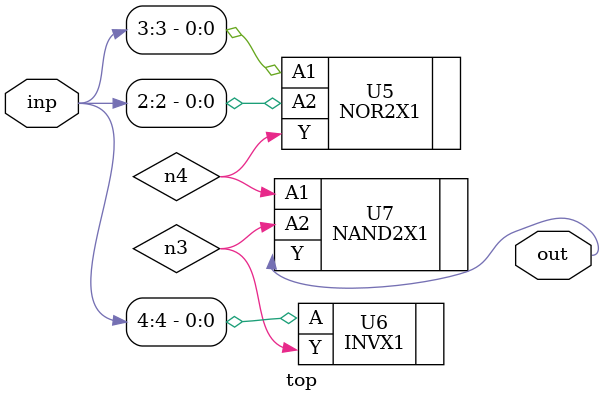
<source format=sv>


module top ( inp, out );
  input [4:0] inp;
  output out;
  wire   n3, n4;

  NOR2X1 U5 ( .A1(inp[3]), .A2(inp[2]), .Y(n4) );
  INVX1 U6 ( .A(inp[4]), .Y(n3) );
  NAND2X1 U7 ( .A1(n4), .A2(n3), .Y(out) );
endmodule


</source>
